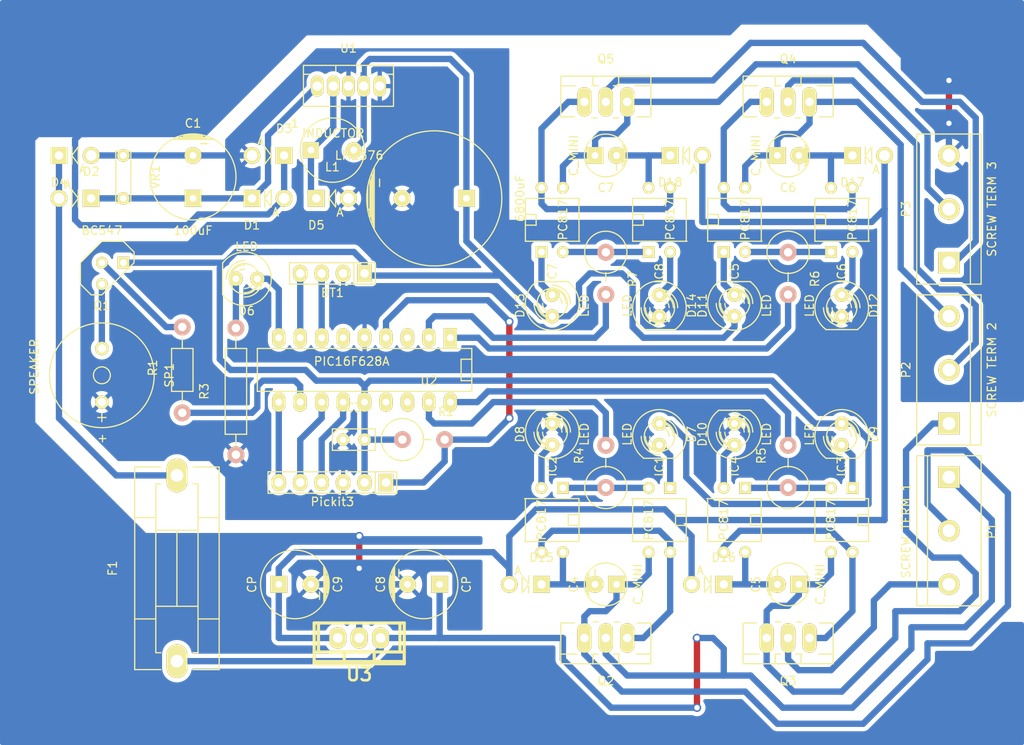
<source format=kicad_pcb>
(kicad_pcb (version 20221018) (generator pcbnew)
  (layers (0 "F.Cu" signal) (31 "B.Cu" signal) (34 "B.Paste" user) (35 "F.Paste" user) (36 "B.SilkS" user "B.Silkscreen") (37 "F.SilkS" user "F.Silkscreen") (38 "B.Mask" user) (39 "F.Mask" user) (44 "Edge.Cuts" user))
  (net 0 "")
  (net 1 "+5V")
  (net 2 "DGND")
  (net 3 "/P1_RX")
  (net 4 "/P1_TX")
  (net 5 "Net-(C1-Pad1)")
  (net 6 "/S0_O")
  (net 7 "Net-(C4-Pad2)")
  (net 8 "/S1_O")
  (net 9 "Net-(C5-Pad2)")
  (net 10 "/S2_O")
  (net 11 "Net-(C6-Pad2)")
  (net 12 "/S3_O")
  (net 13 "Net-(C7-Pad2)")
  (net 14 "/S0_I")
  (net 15 "AGND")
  (net 16 "+10V")
  (net 17 "Net-(D2-Pad1)")
  (net 18 "Net-(D5-Pad2)")
  (net 19 "/LED")
  (net 20 "Net-(D6-Pad2)")
  (net 21 "Net-(D7-Pad2)")
  (net 22 "Net-(D8-Pad1)")
  (net 23 "Net-(D9-Pad2)")
  (net 24 "Net-(D10-Pad1)")
  (net 25 "Net-(D11-Pad2)")
  (net 26 "Net-(D12-Pad1)")
  (net 27 "Net-(D13-Pad2)")
  (net 28 "Net-(D14-Pad1)")
  (net 29 "Net-(IC1-Pad2)")
  (net 30 "Net-(IC1-Pad4)")
  (net 31 "Net-(IC3-Pad2)")
  (net 32 "Net-(IC3-Pad4)")
  (net 33 "Net-(IC5-Pad2)")
  (net 34 "Net-(IC5-Pad4)")
  (net 35 "Net-(IC7-Pad2)")
  (net 36 "Net-(IC7-Pad4)")
  (net 37 "/S1_I")
  (net 38 "/S2_I")
  (net 39 "/S3_I")
  (net 40 "/PK3_1")
  (net 41 "/PK3_4")
  (net 42 "/PK3_5")
  (net 43 "/PK3_6")
  (net 44 "Net-(Q1-Pad2)")
  (net 45 "Net-(Q1-Pad3)")
  (net 46 "/BZR")
  (net 47 "/PWRSW")
  (net 48 "/CSW_1")
  (net 49 "/CSW_2")
  (net 50 "/CSW_3")
  (net 51 "Net-(U2-Pad3)")
  (net 52 "Net-(U2-Pad6)")
  (net 53 "Net-(U2-Pad15)")
  (net 54 "Net-(U2-Pad16)")
  (footprint "Capacitors_ThroughHole:Capacitor10x25RM2.5" (layer "F.Cu") (at 156.845 81.28)
    (fp_text reference "C1")
    (fp_text value "100uF")
  )
  (footprint "Capacitors_ThroughHole:Capacitor16x25RM7.5" (layer "F.Cu") (at 185.42 83.82 90)
    (fp_text reference "C2")
    (fp_text value "6800uF")
  )
  (footprint "Capacitors_ThroughHole:Capacitor8x13RM3.8" (layer "F.Cu") (at 184.15 129.54 90)
    (fp_text reference "C8")
    (fp_text value "CP")
  )
  (footprint "Capacitors_ThroughHole:Capacitor8x13RM3.8" (layer "F.Cu") (at 168.91 129.54 -90)
    (fp_text reference "C9")
    (fp_text value "CP")
  )
  (footprint "Diodes_ThroughHole:Diode_DO-41_SOD81_Vertical_AnodeUp" (layer "F.Cu") (at 163.83 83.82)
    (fp_text reference "D1")
    (fp_text value "DIODE" hide)
  )
  (footprint "Diodes_ThroughHole:Diode_DO-41_SOD81_Vertical_AnodeUp" (layer "F.Cu") (at 144.78 83.82 180)
    (fp_text reference "D2")
    (fp_text value "DIODE" hide)
  )
  (footprint "Diodes_ThroughHole:Diode_DO-41_SOD81_Vertical_AnodeUp" (layer "F.Cu") (at 167.64 78.74 180)
    (fp_text reference "D3")
    (fp_text value "DIODE" hide)
  )
  (footprint "Diodes_ThroughHole:Diode_DO-41_SOD81_Vertical_AnodeUp" (layer "F.Cu") (at 140.97 78.74)
    (fp_text reference "D4")
    (fp_text value "DIODE" hide)
  )
  (footprint "Diodes_ThroughHole:Diode_DO-41_SOD81_Vertical_AnodeUp" (layer "F.Cu") (at 171.45 83.82)
    (fp_text reference "D5")
    (fp_text value "DIODESCH" hide)
  )
  (footprint "Diodes_ThroughHole:Diode_DO-41_SOD81_Vertical_AnodeUp" (layer "F.Cu") (at 234.95 78.74)
    (fp_text reference "D17")
    (fp_text value "DIODE" hide)
  )
  (footprint "Diodes_ThroughHole:Diode_DO-41_SOD81_Vertical_AnodeUp" (layer "F.Cu") (at 213.36 78.74)
    (fp_text reference "D18")
    (fp_text value "DIODE" hide)
  )
  (footprint "Inductors:INDUCTOR_V" (layer "F.Cu") (at 173.355 78.105)
    (fp_text reference "L1")
    (fp_text value "INDUCTOR")
  )
  (footprint "Pentawatts:Pentawatt_Neutral_Straight_Vertical_TO220-5-T05A" (layer "F.Cu") (at 175.26 71.12)
    (fp_text reference "U1")
    (fp_text value "LM2576")
  )
  (footprint "Capacitors_ThroughHole:Capacitor6MMDiscRM5" (layer "F.Cu") (at 148.59 81.28 -90)
    (fp_text reference "VR1")
    (fp_text value "VR" hide)
  )
  (footprint "moje's kicad footprints:Sawatronix_screwterm3" (layer "F.Cu") (at 246.38 105.41 90)
    (fp_text reference "P2")
    (fp_text value "SCREW TERM 2")
  )
  (footprint "Fuse_Holders_and_Fuses:Fuseholder5x20_horiz_SemiClosed_Casing10x25mm" (layer "F.Cu") (at 154.94 127.635 90)
    (fp_text reference "F1")
    (fp_text value "1A" hide)
  )
  (footprint "moje's kicad footprints:Sawatronix_screwterm3" (layer "F.Cu") (at 246.38 121.92 -90)
    (fp_text reference "P1")
    (fp_text value "SCREW TERM 1")
  )
  (footprint "Resistors_ThroughHole:Resistor_Vertical_RM5mm" (layer "F.Cu") (at 205.74 115.57 90)
    (fp_text reference "R4")
    (fp_text value "R" hide)
  )
  (footprint "Resistors_ThroughHole:Resistor_Vertical_RM5mm" (layer "F.Cu") (at 227.33 115.57 90)
    (fp_text reference "R5")
    (fp_text value "R" hide)
  )
  (footprint "Resistors_ThroughHole:Resistor_Vertical_RM5mm" (layer "F.Cu") (at 227.33 92.71 -90)
    (fp_text reference "R6")
    (fp_text value "R" hide)
  )
  (footprint "Resistors_ThroughHole:Resistor_Vertical_RM5mm" (layer "F.Cu") (at 205.74 92.71 -90)
    (fp_text reference "R7")
    (fp_text value "R" hide)
  )
  (footprint "Transistors_TO-220:TO-220_FET-GDS_Vertical_LargePads" (layer "F.Cu") (at 205.74 72.39)
    (fp_text reference "Q5")
    (fp_text value "RFP50N06" hide)
  )
  (footprint "Transistors_TO-220:TO-220_FET-GDS_Vertical_LargePads" (layer "F.Cu") (at 227.33 72.39)
    (fp_text reference "Q4")
    (fp_text value "RFP50N06" hide)
  )
  (footprint "Transistors_TO-220:TO-220_FET-GDS_Vertical_LargePads" (layer "F.Cu") (at 227.33 135.89 180)
    (fp_text reference "Q3")
    (fp_text value "RFP50N06" hide)
  )
  (footprint "Transistors_TO-220:TO-220_FET-GDS_Vertical_LargePads" (layer "F.Cu") (at 205.74 135.89 180)
    (fp_text reference "Q2")
    (fp_text value "RFP50N06" hide)
  )
  (footprint "opto:DIP-4__300" (layer "F.Cu") (at 213.36 86.36)
    (fp_text reference "IC8")
    (fp_text value "PC817")
  )
  (footprint "opto:DIP-4__300" (layer "F.Cu") (at 200.66 86.36)
    (fp_text reference "IC7")
    (fp_text value "PC817")
  )
  (footprint "opto:DIP-4__300" (layer "F.Cu") (at 234.95 86.36)
    (fp_text reference "IC6")
    (fp_text value "PC817")
  )
  (footprint "opto:DIP-4__300" (layer "F.Cu") (at 222.25 86.36)
    (fp_text reference "IC5")
    (fp_text value "PC817")
  )
  (footprint "opto:DIP-4__300" (layer "F.Cu") (at 219.71 121.92 180)
    (fp_text reference "IC4")
    (fp_text value "PC817")
  )
  (footprint "opto:DIP-4__300" (layer "F.Cu") (at 232.41 121.92 180)
    (fp_text reference "IC3")
    (fp_text value "PC817")
  )
  (footprint "opto:DIP-4__300" (layer "F.Cu") (at 198.12 121.92 180)
    (fp_text reference "IC2")
    (fp_text value "PC817")
  )
  (footprint "opto:DIP-4__300" (layer "F.Cu") (at 210.82 121.92 180)
    (fp_text reference "IC1")
    (fp_text value "PC817")
  )
  (footprint "LEDs:LED-5MM" (layer "F.Cu") (at 212.09 96.52 -90)
    (fp_text reference "D14")
    (fp_text value "LED")
  )
  (footprint "LEDs:LED-5MM" (layer "F.Cu") (at 199.39 96.52 90)
    (fp_text reference "D13")
    (fp_text value "LED")
  )
  (footprint "LEDs:LED-5MM" (layer "F.Cu") (at 233.68 96.52 -90)
    (fp_text reference "D12")
    (fp_text value "LED")
  )
  (footprint "LEDs:LED-5MM" (layer "F.Cu") (at 220.98 96.52 90)
    (fp_text reference "D11")
    (fp_text value "LED")
  )
  (footprint "LEDs:LED-5MM" (layer "F.Cu") (at 220.98 111.76 90)
    (fp_text reference "D10")
    (fp_text value "LED")
  )
  (footprint "LEDs:LED-5MM" (layer "F.Cu") (at 233.68 111.76 -90)
    (fp_text reference "D9")
    (fp_text value "LED")
  )
  (footprint "LEDs:LED-5MM" (layer "F.Cu") (at 199.39 111.76 90)
    (fp_text reference "D8")
    (fp_text value "LED")
  )
  (footprint "LEDs:LED-5MM" (layer "F.Cu") (at 212.09 111.76 -90)
    (fp_text reference "D7")
    (fp_text value "LED")
  )
  (footprint "Capacitors_ThroughHole:Capacitor5x11RM2.5" (layer "F.Cu") (at 205.74 78.74 -90)
    (fp_text reference "C7")
    (fp_text value "C_MINI")
  )
  (footprint "Capacitors_ThroughHole:Capacitor5x11RM2.5" (layer "F.Cu") (at 227.33 78.74 -90)
    (fp_text reference "C6")
    (fp_text value "C_MINI")
  )
  (footprint "Capacitors_ThroughHole:Capacitor5x11RM2.5" (layer "F.Cu") (at 205.74 129.54 90)
    (fp_text reference "C4")
    (fp_text value "C_MINI")
  )
  (footprint "Capacitors_ThroughHole:Capacitor5x11RM2.5" (layer "F.Cu") (at 227.33 129.54 90)
    (fp_text reference "C5")
    (fp_text value "C_MINI")
  )
  (footprint "moje's kicad footprints:78XX" (layer "F.Cu") (at 176.53 135.89 180)
    (fp_text reference "U3")
    (fp_text value "LM7810" hide)
  )
  (footprint "Diodes_ThroughHole:Diode_DO-41_SOD81_Vertical_AnodeUp" (layer "F.Cu") (at 219.71 129.54 180)
    (fp_text reference "D16")
    (fp_text value "DIODE" hide)
  )
  (footprint "Diodes_ThroughHole:Diode_DO-41_SOD81_Vertical_AnodeUp" (layer "F.Cu") (at 198.12 129.54 180)
    (fp_text reference "D15")
    (fp_text value "DIODE" hide)
  )
  (footprint "Capacitors_ThroughHole:Capacitor3MMDiscRM2.5" (layer "F.Cu") (at 175.895 112.395)
    (fp_text reference "C3")
    (fp_text value "100nF" hide)
  )
  (footprint "Buzzers_Beepers:MagneticBuzzer_ProSignal_ABT-410-RC" (layer "F.Cu") (at 146.05 101.6 -90)
    (fp_text reference "SP1")
    (fp_text value "SPEAKER")
  )
  (footprint "Sockets_DIP:DIP-18__300_ELL" (layer "F.Cu") (at 177.165 104.14 180)
    (fp_text reference "U2")
    (fp_text value "PIC16F628A")
  )
  (footprint "Resistors_ThroughHole:Resistor_Horizontal_RM15mm" (layer "F.Cu") (at 161.925 106.68 90)
    (fp_text reference "R3")
    (fp_text value "1k" hide)
  )
  (footprint "Resistors_ThroughHole:Resistor_Vertical_RM5mm" (layer "F.Cu") (at 184.15 112.395)
    (fp_text reference "R2")
    (fp_text value "10k" hide)
  )
  (footprint "Resistors_ThroughHole:Resistor_Horizontal_RM10mm" (layer "F.Cu") (at 155.575 104.14 90)
    (fp_text reference "R1")
    (fp_text value "1k" hide)
  )
  (footprint "Discret:TO92" (layer "F.Cu") (at 147.32 92.71)
    (fp_text reference "Q1")
    (fp_text value "BC547")
  )
  (footprint "Pin_Headers:Pin_Header_Straight_1x06" (layer "F.Cu") (at 173.355 117.475 180)
    (fp_text reference "Pickit3")
    (fp_text value "CONN_6" hide)
  )
  (footprint "LEDs:LED-5MM" (layer "F.Cu") (at 163.195 93.345 180)
    (fp_text reference "D6")
    (fp_text value "LED")
  )
  (footprint "Pin_Headers:Pin_Header_Straight_1x04" (layer "F.Cu") (at 173.355 92.71 180)
    (fp_text reference "BT1")
    (fp_text value "CONN_4" hide)
  )
  (footprint "moje's kicad footprints:Sawatronix_screwterm3" (layer "F.Cu") (at 246.38 86.36 90)
    (fp_text reference "P3")
    (fp_text value "SCREW TERM 3")
  )
  (segment (start 213.36 110.49) (end 215.265 112.395) (width 0.75) (layer "B.Cu") (net 1))
  (segment (start 215.265 112.395) (end 215.265 116.84) (width 0.75) (layer "B.Cu") (net 1))
  (segment (start 215.265 116.84) (end 218.44 120.015) (width 0.75) (layer "B.Cu") (net 1))
  (segment (start 218.44 120.015) (end 236.855 120.015) (width 0.75) (layer "B.Cu") (net 1))
  (segment (start 236.855 120.015) (end 236.855 112.395) (width 0.75) (layer "B.Cu") (net 1))
  (segment (start 236.855 112.395) (end 234.95 110.49) (width 0.75) (layer "B.Cu") (net 1))
  (segment (start 234.95 110.49) (end 233.68 110.49) (width 0.75) (layer "B.Cu") (net 1))
  (segment (start 201.295 97.79) (end 202.565 96.52) (width 0.75) (layer "B.Cu") (net 1))
  (segment (start 202.565 96.52) (end 202.565 93.98) (width 0.75) (layer "B.Cu") (net 1))
  (segment (start 202.565 93.98) (end 203.835 92.71) (width 0.75) (layer "B.Cu") (net 1))
  (segment (start 203.835 92.71) (end 207.645 92.71) (width 0.75) (layer "B.Cu") (net 1))
  (segment (start 207.645 92.71) (end 208.915 93.98) (width 0.75) (layer "B.Cu") (net 1))
  (segment (start 208.915 93.98) (end 208.915 99.06) (width 0.75) (layer "B.Cu") (net 1))
  (segment (start 208.915 99.06) (end 210.185 100.33) (width 0.75) (layer "B.Cu") (net 1))
  (segment (start 210.185 100.33) (end 219.71 100.33) (width 0.75) (layer "B.Cu") (net 1))
  (segment (start 219.71 100.33) (end 220.98 99.06) (width 0.75) (layer "B.Cu") (net 1))
  (segment (start 220.98 99.06) (end 220.98 97.79) (width 0.75) (layer "B.Cu") (net 1))
  (segment (start 177.165 106.045) (end 177.8 105.41) (width 0.75) (layer "B.Cu") (net 1))
  (segment (start 177.8 105.41) (end 225.425 105.41) (width 0.75) (layer "B.Cu") (net 1))
  (segment (start 225.425 105.41) (end 230.505 110.49) (width 0.75) (layer "B.Cu") (net 1))
  (segment (start 230.505 110.49) (end 233.68 110.49) (width 0.75) (layer "B.Cu") (net 1))
  (segment (start 189.23 69.215) (end 187.325 67.31) (width 0.75) (layer "B.Cu") (net 1))
  (segment (start 187.325 67.31) (end 177.8 67.31) (width 0.75) (layer "B.Cu") (net 1))
  (segment (start 177.8 67.31) (end 177.06086 68.04914) (width 0.75) (layer "B.Cu") (net 1))
  (segment (start 177.06086 68.04914) (end 177.06086 70.52056) (width 0.75) (layer "B.Cu") (net 1))
  (segment (start 198.12 97.79) (end 193.294 92.964) (width 0.75) (layer "B.Cu") (net 1))
  (segment (start 189.23 88.9) (end 189.23 88.265) (width 0.75) (layer "B.Cu") (net 1))
  (segment (start 177.165 106.045) (end 176.53 105.41) (width 0.75) (layer "B.Cu") (net 1))
  (segment (start 176.53 105.41) (end 171.45 105.41) (width 0.75) (layer "B.Cu") (net 1))
  (segment (start 171.45 105.41) (end 170.18 104.14) (width 0.75) (layer "B.Cu") (net 1))
  (segment (start 170.18 104.14) (end 161.29 104.14) (width 0.75) (layer "B.Cu") (net 1))
  (segment (start 161.29 104.14) (end 160.02 102.87) (width 0.75) (layer "B.Cu") (net 1))
  (segment (start 160.02 102.87) (end 160.02 92.075) (width 0.75) (layer "B.Cu") (net 1))
  (segment (start 160.02 92.075) (end 160.782 91.313) (width 0.75) (layer "B.Cu") (net 1))
  (segment (start 161.925 90.17) (end 166.624 90.17) (width 0.75) (layer "B.Cu") (net 1))
  (segment (start 175.895 90.17) (end 177.165 91.44) (width 0.75) (layer "B.Cu") (net 1))
  (segment (start 177.165 91.44) (end 177.165 92.71) (width 0.75) (layer "B.Cu") (net 1))
  (segment (start 177.06086 76.93914) (end 175.895 78.105) (width 0.75) (layer "B.Cu") (net 1))
  (segment (start 189.23 88.265) (end 189.23 83.82) (width 0.75) (layer "B.Cu") (net 1))
  (segment (start 166.624 90.17) (end 175.895 90.17) (width 0.75) (layer "B.Cu") (net 1))
  (segment (start 193.294 92.964) (end 189.23 88.9) (width 0.75) (layer "B.Cu") (net 1))
  (segment (start 177.419 92.964) (end 177.165 92.71) (width 0.75) (layer "B.Cu") (net 1))
  (segment (start 160.655 91.44) (end 160.782 91.44) (width 0.75) (layer "B.Cu") (net 1))
  (segment (start 160.782 91.44) (end 160.782 91.313) (width 0.75) (layer "B.Cu") (net 1))
  (segment (start 160.782 91.313) (end 161.925 90.17) (width 0.75) (layer "B.Cu") (net 1))
  (segment (start 177.165 107.95) (end 177.165 112.395) (width 0.75) (layer "B.Cu") (net 1))
  (segment (start 193.294 92.964) (end 177.419 92.964) (width 0.75) (layer "B.Cu") (net 1))
  (segment (start 181.65064 112.395) (end 177.165 112.395) (width 0.75) (layer "B.Cu") (net 1))
  (segment (start 177.165 107.95) (end 177.165 106.045) (width 0.75) (layer "B.Cu") (net 1))
  (segment (start 177.165 112.395) (end 177.165 117.475) (width 0.75) (layer "B.Cu") (net 1))
  (segment (start 148.59 91.44) (end 160.655 91.44) (width 0.75) (layer "B.Cu") (net 1))
  (segment (start 212.09 110.49) (end 213.36 110.49) (width 0.75) (layer "B.Cu") (net 1))
  (segment (start 189.23 83.82) (end 189.23 69.215) (width 0.75) (layer "B.Cu") (net 1))
  (segment (start 177.06086 70.52056) (end 177.06086 76.93914) (width 0.75) (layer "B.Cu") (net 1))
  (segment (start 199.39 97.79) (end 201.295 97.79) (width 0.75) (layer "B.Cu") (net 1))
  (segment (start 199.39 97.79) (end 198.12 97.79) (width 0.75) (layer "B.Cu") (net 1))
  (segment (start 161.41 113.665) (end 161.925 114.18) (width 0.75) (layer "B.Cu") (net 2))
  (segment (start 163.83 78.74) (end 156.845 78.74) (width 0.75) (layer "B.Cu") (net 2))
  (segment (start 144.78 78.74) (end 148.59 78.74) (width 0.75) (layer "B.Cu") (net 2))
  (segment (start 148.59 78.74) (end 156.845 78.74) (width 0.75) (layer "B.Cu") (net 2))
  (segment (start 172.085 92.71) (end 172.085 100.33) (width 0.75) (layer "B.Cu") (net 3))
  (segment (start 169.545 92.71) (end 169.545 100.33) (width 0.75) (layer "B.Cu") (net 4))
  (segment (start 148.59 83.82) (end 156.845 83.82) (width 0.75) (layer "B.Cu") (net 5))
  (segment (start 156.845 83.82) (end 163.83 83.82) (width 0.75) (layer "B.Cu") (net 5))
  (segment (start 165.735 81.915) (end 165.735 76.34478) (width 0.75) (layer "B.Cu") (net 5))
  (segment (start 165.735 76.34478) (end 171.55922 70.52056) (width 0.75) (layer "B.Cu") (net 5))
  (segment (start 144.78 83.82) (end 148.59 83.82) (width 0.75) (layer "B.Cu") (net 5))
  (segment (start 163.83 83.82) (end 165.735 81.915) (width 0.75) (layer "B.Cu") (net 5))
  (segment (start 209.55 129.54) (end 210.82 128.27) (width 0.75) (layer "B.Cu") (net 6))
  (segment (start 210.82 128.27) (end 210.82 125.73) (width 0.75) (layer "B.Cu") (net 6))
  (segment (start 207.01 131.445) (end 205.74 132.715) (width 0.75) (layer "B.Cu") (net 6))
  (segment (start 205.74 132.715) (end 203.835 132.715) (width 0.75) (layer "B.Cu") (net 6))
  (segment (start 203.835 132.715) (end 203.2 133.35) (width 0.75) (layer "B.Cu") (net 6))
  (segment (start 203.2 133.35) (end 203.2 135.89) (width 0.75) (layer "B.Cu") (net 6))
  (segment (start 203.2 137.795) (end 207.645 142.24) (width 0.75) (layer "B.Cu") (net 6))
  (segment (start 207.645 142.24) (end 222.25 142.24) (width 0.75) (layer "B.Cu") (net 6))
  (segment (start 222.25 142.24) (end 226.06 146.05) (width 0.75) (layer "B.Cu") (net 6))
  (segment (start 226.06 146.05) (end 236.22 146.05) (width 0.75) (layer "B.Cu") (net 6))
  (segment (start 236.22 146.05) (end 243.84 138.43) (width 0.75) (layer "B.Cu") (net 6))
  (segment (start 243.84 138.43) (end 243.84 136.525) (width 0.75) (layer "B.Cu") (net 6))
  (segment (start 243.84 136.525) (end 248.92 136.525) (width 0.75) (layer "B.Cu") (net 6))
  (segment (start 248.92 136.525) (end 253.365 132.08) (width 0.75) (layer "B.Cu") (net 6))
  (segment (start 253.365 132.08) (end 253.365 118.745) (width 0.75) (layer "B.Cu") (net 6))
  (segment (start 253.365 118.745) (end 248.285 113.665) (width 0.75) (layer "B.Cu") (net 6))
  (segment (start 248.285 113.665) (end 243.84 113.665) (width 0.75) (layer "B.Cu") (net 6))
  (segment (start 243.84 113.665) (end 243.84 120.015) (width 0.75) (layer "B.Cu") (net 6))
  (segment (start 243.84 120.015) (end 246.38 122.555) (width 0.75) (layer "B.Cu") (net 6))
  (segment (start 246.38 122.555) (end 246.38 123.19) (width 0.75) (layer "B.Cu") (net 6))
  (segment (start 203.2 135.89) (end 203.2 137.795) (width 0.75) (layer "B.Cu") (net 6))
  (segment (start 207.01 129.54) (end 207.01 131.445) (width 0.75) (layer "B.Cu") (net 6))
  (segment (start 207.01 129.54) (end 209.55 129.54) (width 0.75) (layer "B.Cu") (net 6))
  (segment (start 200.66 129.54) (end 204.47 129.54) (width 0.75) (layer "B.Cu") (net 7))
  (segment (start 200.66 129.54) (end 200.66 125.73) (width 0.75) (layer "B.Cu") (net 7))
  (segment (start 198.12 129.54) (end 200.66 129.54) (width 0.75) (layer "B.Cu") (net 7))
  (segment (start 231.14 129.54) (end 232.41 128.27) (width 0.75) (layer "B.Cu") (net 8))
  (segment (start 232.41 128.27) (end 232.41 125.73) (width 0.75) (layer "B.Cu") (net 8))
  (segment (start 228.6 130.81) (end 227.33 132.08) (width 0.75) (layer "B.Cu") (net 8))
  (segment (start 227.33 132.08) (end 225.425 132.08) (width 0.75) (layer "B.Cu") (net 8))
  (segment (start 225.425 132.08) (end 224.79 132.715) (width 0.75) (layer "B.Cu") (net 8))
  (segment (start 224.79 132.715) (end 224.79 135.89) (width 0.75) (layer "B.Cu") (net 8))
  (segment (start 224.79 139.065) (end 227.965 142.24) (width 0.75) (layer "B.Cu") (net 8))
  (segment (start 227.965 142.24) (end 233.68 142.24) (width 0.75) (layer "B.Cu") (net 8))
  (segment (start 233.68 142.24) (end 240.03 135.89) (width 0.75) (layer "B.Cu") (net 8))
  (segment (start 240.03 135.89) (end 240.03 132.715) (width 0.75) (layer "B.Cu") (net 8))
  (segment (start 240.03 132.715) (end 246.38 132.715) (width 0.75) (layer "B.Cu") (net 8))
  (segment (start 246.38 132.715) (end 247.65 132.715) (width 0.75) (layer "B.Cu") (net 8))
  (segment (start 247.65 132.715) (end 249.555 130.81) (width 0.75) (layer "B.Cu") (net 8))
  (segment (start 249.555 130.81) (end 249.555 128.27) (width 0.75) (layer "B.Cu") (net 8))
  (segment (start 249.555 128.27) (end 247.65 126.365) (width 0.75) (layer "B.Cu") (net 8))
  (segment (start 247.65 126.365) (end 244.475 126.365) (width 0.75) (layer "B.Cu") (net 8))
  (segment (start 244.475 126.365) (end 241.3 123.19) (width 0.75) (layer "B.Cu") (net 8))
  (segment (start 241.3 123.19) (end 241.3 113.665) (width 0.75) (layer "B.Cu") (net 8))
  (segment (start 241.3 113.665) (end 244.475 110.49) (width 0.75) (layer "B.Cu") (net 8))
  (segment (start 244.475 110.49) (end 246.38 110.49) (width 0.75) (layer "B.Cu") (net 8))
  (segment (start 224.79 135.89) (end 224.79 139.065) (width 0.75) (layer "B.Cu") (net 8))
  (segment (start 228.6 129.54) (end 231.14 129.54) (width 0.75) (layer "B.Cu") (net 8))
  (segment (start 228.6 129.54) (end 228.6 130.81) (width 0.75) (layer "B.Cu") (net 8))
  (segment (start 222.25 129.54) (end 226.06 129.54) (width 0.75) (layer "B.Cu") (net 9))
  (segment (start 222.25 129.54) (end 222.25 125.73) (width 0.75) (layer "B.Cu") (net 9))
  (segment (start 219.71 129.54) (end 222.25 129.54) (width 0.75) (layer "B.Cu") (net 9))
  (segment (start 223.52 78.74) (end 222.25 80.01) (width 0.75) (layer "B.Cu") (net 10))
  (segment (start 222.25 80.01) (end 222.25 82.55) (width 0.75) (layer "B.Cu") (net 10))
  (segment (start 226.06 76.835) (end 226.695 76.2) (width 0.75) (layer "B.Cu") (net 10))
  (segment (start 226.695 76.2) (end 228.6 76.2) (width 0.75) (layer "B.Cu") (net 10))
  (segment (start 228.6 76.2) (end 229.87 74.93) (width 0.75) (layer "B.Cu") (net 10))
  (segment (start 229.87 74.93) (end 229.87 72.39) (width 0.75) (layer "B.Cu") (net 10))
  (segment (start 235.585 72.39) (end 240.665 77.47) (width 0.75) (layer "B.Cu") (net 10))
  (segment (start 240.665 77.47) (end 240.665 92.075) (width 0.75) (layer "B.Cu") (net 10))
  (segment (start 240.665 92.075) (end 246.38 97.79) (width 0.75) (layer "B.Cu") (net 10))
  (segment (start 226.06 78.74) (end 223.52 78.74) (width 0.75) (layer "B.Cu") (net 10))
  (segment (start 229.87 72.39) (end 235.585 72.39) (width 0.75) (layer "B.Cu") (net 10))
  (segment (start 226.06 78.74) (end 226.06 76.835) (width 0.75) (layer "B.Cu") (net 10))
  (segment (start 232.41 78.74) (end 234.95 78.74) (width 0.75) (layer "B.Cu") (net 11))
  (segment (start 232.41 78.74) (end 232.41 82.55) (width 0.75) (layer "B.Cu") (net 11))
  (segment (start 228.6 78.74) (end 232.41 78.74) (width 0.75) (layer "B.Cu") (net 11))
  (segment (start 201.93 78.74) (end 200.66 80.01) (width 0.75) (layer "B.Cu") (net 12))
  (segment (start 200.66 80.01) (end 200.66 82.55) (width 0.75) (layer "B.Cu") (net 12))
  (segment (start 204.47 76.835) (end 205.105 76.2) (width 0.75) (layer "B.Cu") (net 12))
  (segment (start 205.105 76.2) (end 207.01 76.2) (width 0.75) (layer "B.Cu") (net 12))
  (segment (start 207.01 76.2) (end 208.28 74.93) (width 0.75) (layer "B.Cu") (net 12))
  (segment (start 208.28 74.93) (end 208.28 72.39) (width 0.75) (layer "B.Cu") (net 12))
  (segment (start 219.075 72.39) (end 223.52 67.945) (width 0.75) (layer "B.Cu") (net 12))
  (segment (start 223.52 67.945) (end 235.585 67.945) (width 0.75) (layer "B.Cu") (net 12))
  (segment (start 235.585 67.945) (end 243.84 76.2) (width 0.75) (layer "B.Cu") (net 12))
  (segment (start 243.84 76.2) (end 243.84 82.55) (width 0.75) (layer "B.Cu") (net 12))
  (segment (start 243.84 82.55) (end 246.38 85.09) (width 0.75) (layer "B.Cu") (net 12))
  (segment (start 204.47 78.74) (end 201.93 78.74) (width 0.75) (layer "B.Cu") (net 12))
  (segment (start 204.47 78.74) (end 204.47 76.835) (width 0.75) (layer "B.Cu") (net 12))
  (segment (start 208.28 72.39) (end 219.075 72.39) (width 0.75) (layer "B.Cu") (net 12))
  (segment (start 210.82 78.74) (end 213.36 78.74) (width 0.75) (layer "B.Cu") (net 13))
  (segment (start 207.01 78.74) (end 210.82 78.74) (width 0.75) (layer "B.Cu") (net 13))
  (segment (start 210.82 78.74) (end 210.82 82.55) (width 0.75) (layer "B.Cu") (net 13))
  (segment (start 216.535 135.89) (end 216.535 144.145) (width 0.75) (layer "F.Cu") (net 14))
  (via (at 216.535 135.89) (size 1) (drill 0.635) (layers "F.Cu" "B.Cu") (net 14))
  (via (at 216.535 144.145) (size 1) (drill 0.635) (layers "F.Cu" "B.Cu") (net 14))
  (segment (start 247.015 116.84) (end 246.38 116.84) (width 0.75) (layer "B.Cu") (net 14))
  (segment (start 186.055 135.89) (end 186.055 129.54) (width 0.75) (layer "B.Cu") (net 14))
  (segment (start 177.59426 138.63574) (end 179.07 137.16) (width 0.75) (layer "B.Cu") (net 14))
  (segment (start 179.07 137.16) (end 179.07 135.89) (width 0.75) (layer "B.Cu") (net 14))
  (segment (start 205.74 137.795) (end 208.28 140.335) (width 0.75) (layer "B.Cu") (net 14))
  (segment (start 208.28 140.335) (end 219.71 140.335) (width 0.75) (layer "B.Cu") (net 14))
  (segment (start 222.885 140.335) (end 226.695 144.145) (width 0.75) (layer "B.Cu") (net 14))
  (segment (start 226.695 144.145) (end 234.95 144.145) (width 0.75) (layer "B.Cu") (net 14))
  (segment (start 234.95 144.145) (end 241.935 137.16) (width 0.75) (layer "B.Cu") (net 14))
  (segment (start 241.935 137.16) (end 241.935 134.62) (width 0.75) (layer "B.Cu") (net 14))
  (segment (start 241.935 134.62) (end 248.285 134.62) (width 0.75) (layer "B.Cu") (net 14))
  (segment (start 248.285 134.62) (end 251.46 131.445) (width 0.75) (layer "B.Cu") (net 14))
  (segment (start 251.46 131.445) (end 251.46 121.92) (width 0.75) (layer "B.Cu") (net 14))
  (segment (start 251.46 121.92) (end 246.38 116.84) (width 0.75) (layer "B.Cu") (net 14))
  (segment (start 219.71 140.335) (end 222.885 140.335) (width 0.75) (layer "B.Cu") (net 14))
  (segment (start 219.71 137.16) (end 218.44 135.89) (width 0.75) (layer "B.Cu") (net 14))
  (segment (start 218.44 135.89) (end 216.535 135.89) (width 0.75) (layer "B.Cu") (net 14))
  (segment (start 216.535 144.145) (end 206.375 144.145) (width 0.75) (layer "B.Cu") (net 14))
  (segment (start 206.375 144.145) (end 200.66 138.43) (width 0.75) (layer "B.Cu") (net 14))
  (segment (start 200.66 138.43) (end 200.66 135.89) (width 0.75) (layer "B.Cu") (net 14))
  (segment (start 200.66 135.89) (end 186.055 135.89) (width 0.75) (layer "B.Cu") (net 14))
  (segment (start 179.07 135.89) (end 186.055 135.89) (width 0.75) (layer "B.Cu") (net 14))
  (segment (start 154.94 138.63574) (end 177.59426 138.63574) (width 0.75) (layer "B.Cu") (net 14))
  (segment (start 219.71 140.335) (end 219.71 137.16) (width 0.75) (layer "B.Cu") (net 14))
  (segment (start 205.74 135.89) (end 205.74 137.795) (width 0.75) (layer "B.Cu") (net 14))
  (segment (start 246.38 74.93) (end 246.38 69.85) (width 0.75) (layer "F.Cu") (net 15))
  (segment (start 176.53 127.635) (end 176.53 123.825) (width 0.75) (layer "F.Cu") (net 15))
  (via (at 176.53 123.825) (size 1) (drill 0.635) (layers "F.Cu" "B.Cu") (net 15))
  (via (at 246.38 74.93) (size 1) (drill 0.635) (layers "F.Cu" "B.Cu") (net 15))
  (via (at 246.38 69.85) (size 1) (drill 0.635) (layers "F.Cu" "B.Cu") (net 15))
  (via (at 176.53 127.635) (size 1) (drill 0.635) (layers "F.Cu" "B.Cu") (net 15))
  (segment (start 176.53 129.54) (end 182.245 129.54) (width 0.75) (layer "B.Cu") (net 15))
  (segment (start 182.245 129.54) (end 170.815 129.54) (width 0.75) (layer "B.Cu") (net 15))
  (segment (start 246.38 69.85) (end 243.84 69.85) (width 0.75) (layer "B.Cu") (net 15))
  (segment (start 243.84 69.85) (end 236.855 62.865) (width 0.75) (layer "B.Cu") (net 15))
  (segment (start 236.855 62.865) (end 221.615 62.865) (width 0.75) (layer "B.Cu") (net 15))
  (segment (start 221.615 62.865) (end 220.345 64.135) (width 0.75) (layer "B.Cu") (net 15))
  (segment (start 220.345 64.135) (end 170.18 64.135) (width 0.75) (layer "B.Cu") (net 15))
  (segment (start 170.18 64.135) (end 158.115 76.2) (width 0.75) (layer "B.Cu") (net 15))
  (segment (start 158.115 76.2) (end 144.145 76.2) (width 0.75) (layer "B.Cu") (net 15))
  (segment (start 143.51 76.2) (end 142.875 76.835) (width 0.75) (layer "B.Cu") (net 15))
  (segment (start 142.875 76.835) (end 142.875 86.36) (width 0.75) (layer "B.Cu") (net 15))
  (segment (start 142.875 86.36) (end 143.51 86.995) (width 0.75) (layer "B.Cu") (net 15))
  (segment (start 143.51 86.995) (end 156.21 86.995) (width 0.75) (layer "B.Cu") (net 15))
  (segment (start 156.21 86.995) (end 157.48 85.725) (width 0.75) (layer "B.Cu") (net 15))
  (segment (start 157.48 85.725) (end 165.735 85.725) (width 0.75) (layer "B.Cu") (net 15))
  (segment (start 165.735 85.725) (end 167.64 83.82) (width 0.75) (layer "B.Cu") (net 15))
  (segment (start 176.53 123.825) (end 151.13 123.825) (width 0.75) (layer "B.Cu") (net 15))
  (segment (start 151.13 123.825) (end 137.795 110.49) (width 0.75) (layer "B.Cu") (net 15))
  (segment (start 137.795 110.49) (end 137.795 76.835) (width 0.75) (layer "B.Cu") (net 15))
  (segment (start 137.795 76.835) (end 138.43 76.2) (width 0.75) (layer "B.Cu") (net 15))
  (segment (start 138.43 76.2) (end 144.145 76.2) (width 0.75) (layer "B.Cu") (net 15))
  (segment (start 144.145 76.2) (end 143.51 76.2) (width 0.75) (layer "B.Cu") (net 15))
  (segment (start 167.64 78.74) (end 167.64 83.82) (width 0.75) (layer "B.Cu") (net 15))
  (segment (start 176.53 135.89) (end 176.53 129.54) (width 0.75) (layer "B.Cu") (net 15))
  (segment (start 176.53 129.54) (end 176.53 127.635) (width 0.75) (layer "B.Cu") (net 15))
  (segment (start 246.38 78.74) (end 246.38 74.93) (width 0.75) (layer "B.Cu") (net 15))
  (segment (start 238.76 85.09) (end 237.236 86.614) (width 0.75) (layer "B.Cu") (net 16))
  (segment (start 237.236 86.614) (end 217.17 86.614) (width 0.75) (layer "B.Cu") (net 16))
  (segment (start 217.17 86.614) (end 217.17 78.74) (width 0.75) (layer "B.Cu") (net 16))
  (segment (start 167.005 135.89) (end 167.005 129.54) (width 0.75) (layer "B.Cu") (net 16))
  (segment (start 167.005 127.635) (end 168.91 125.73) (width 0.75) (layer "B.Cu") (net 16))
  (segment (start 168.91 125.73) (end 192.405 125.73) (width 0.75) (layer "B.Cu") (net 16))
  (segment (start 192.405 125.73) (end 194.31 127.635) (width 0.75) (layer "B.Cu") (net 16))
  (segment (start 194.31 127.635) (end 194.31 129.54) (width 0.75) (layer "B.Cu") (net 16))
  (segment (start 194.31 123.825) (end 197.485 120.65) (width 0.75) (layer "B.Cu") (net 16))
  (segment (start 197.485 120.65) (end 212.725 120.65) (width 0.75) (layer "B.Cu") (net 16))
  (segment (start 212.725 120.65) (end 213.995 121.92) (width 0.75) (layer "B.Cu") (net 16))
  (segment (start 215.9 123.825) (end 215.9 129.54) (width 0.75) (layer "B.Cu") (net 16))
  (segment (start 238.76 121.92) (end 213.995 121.92) (width 0.75) (layer "B.Cu") (net 16))
  (segment (start 213.995 121.92) (end 215.9 123.825) (width 0.75) (layer "B.Cu") (net 16))
  (segment (start 194.31 129.54) (end 194.31 123.825) (width 0.75) (layer "B.Cu") (net 16))
  (segment (start 173.99 135.89) (end 167.005 135.89) (width 0.75) (layer "B.Cu") (net 16))
  (segment (start 238.76 85.09) (end 238.76 121.92) (width 0.75) (layer "B.Cu") (net 16))
  (segment (start 167.005 129.54) (end 167.005 127.635) (width 0.75) (layer "B.Cu") (net 16))
  (segment (start 238.76 78.74) (end 238.76 85.09) (width 0.75) (layer "B.Cu") (net 16))
  (segment (start 140.97 109.855) (end 147.74926 116.63426) (width 0.75) (layer "B.Cu") (net 17))
  (segment (start 147.74926 116.63426) (end 154.94 116.63426) (width 0.75) (layer "B.Cu") (net 17))
  (segment (start 140.97 78.74) (end 140.97 83.82) (width 0.75) (layer "B.Cu") (net 17))
  (segment (start 140.97 83.82) (end 140.97 109.855) (width 0.75) (layer "B.Cu") (net 17))
  (segment (start 173.45914 75.46086) (end 170.815 78.105) (width 0.75) (layer "B.Cu") (net 18))
  (segment (start 170.815 78.105) (end 170.815 83.185) (width 0.75) (layer "B.Cu") (net 18))
  (segment (start 170.815 83.185) (end 171.45 83.82) (width 0.75) (layer "B.Cu") (net 18))
  (segment (start 173.45914 70.52056) (end 173.45914 75.46086) (width 0.75) (layer "B.Cu") (net 18))
  (segment (start 165.735 93.345) (end 167.005 94.615) (width 0.75) (layer "B.Cu") (net 19))
  (segment (start 167.005 94.615) (end 167.005 100.33) (width 0.75) (layer "B.Cu") (net 19))
  (segment (start 164.465 93.345) (end 165.735 93.345) (width 0.75) (layer "B.Cu") (net 19))
  (segment (start 161.925 93.345) (end 161.925 99.18) (width 0.75) (layer "B.Cu") (net 20))
  (segment (start 213.36 114.3) (end 213.36 118.11) (width 0.75) (layer "B.Cu") (net 21))
  (segment (start 212.09 113.03) (end 213.36 114.3) (width 0.75) (layer "B.Cu") (net 21))
  (segment (start 198.12 114.3) (end 198.12 118.11) (width 0.75) (layer "B.Cu") (net 22))
  (segment (start 199.39 113.03) (end 198.12 114.3) (width 0.75) (layer "B.Cu") (net 22))
  (segment (start 234.95 114.3) (end 234.95 118.11) (width 0.75) (layer "B.Cu") (net 23))
  (segment (start 233.68 113.03) (end 234.95 114.3) (width 0.75) (layer "B.Cu") (net 23))
  (segment (start 219.71 114.3) (end 219.71 118.11) (width 0.75) (layer "B.Cu") (net 24))
  (segment (start 220.98 113.03) (end 219.71 114.3) (width 0.75) (layer "B.Cu") (net 24))
  (segment (start 219.71 93.98) (end 219.71 90.17) (width 0.75) (layer "B.Cu") (net 25))
  (segment (start 220.98 95.25) (end 219.71 93.98) (width 0.75) (layer "B.Cu") (net 25))
  (segment (start 234.95 93.98) (end 234.95 90.17) (width 0.75) (layer "B.Cu") (net 26))
  (segment (start 233.68 95.25) (end 234.95 93.98) (width 0.75) (layer "B.Cu") (net 26))
  (segment (start 198.12 93.98) (end 198.12 90.17) (width 0.75) (layer "B.Cu") (net 27))
  (segment (start 199.39 95.25) (end 198.12 93.98) (width 0.75) (layer "B.Cu") (net 27))
  (segment (start 213.36 93.98) (end 213.36 90.17) (width 0.75) (layer "B.Cu") (net 28))
  (segment (start 212.09 95.25) (end 213.36 93.98) (width 0.75) (layer "B.Cu") (net 28))
  (segment (start 205.69936 118.11) (end 210.82 118.11) (width 0.75) (layer "B.Cu") (net 29))
  (segment (start 200.66 118.11) (end 205.69936 118.11) (width 0.75) (layer "B.Cu") (net 29))
  (segment (start 210.185 135.89) (end 213.36 132.715) (width 0.75) (layer "B.Cu") (net 30))
  (segment (start 213.36 132.715) (end 213.36 125.73) (width 0.75) (layer "B.Cu") (net 30))
  (segment (start 213.36 124.46) (end 212.09 123.19) (width 0.75) (layer "B.Cu") (net 30))
  (segment (start 212.09 123.19) (end 199.39 123.19) (width 0.75) (layer "B.Cu") (net 30))
  (segment (start 199.39 123.19) (end 198.12 124.46) (width 0.75) (layer "B.Cu") (net 30))
  (segment (start 198.12 124.46) (end 198.12 125.73) (width 0.75) (layer "B.Cu") (net 30))
  (segment (start 213.36 125.73) (end 213.36 124.46) (width 0.75) (layer "B.Cu") (net 30))
  (segment (start 208.28 135.89) (end 210.185 135.89) (width 0.75) (layer "B.Cu") (net 30))
  (segment (start 227.28936 118.11) (end 232.41 118.11) (width 0.75) (layer "B.Cu") (net 31))
  (segment (start 222.25 118.11) (end 227.28936 118.11) (width 0.75) (layer "B.Cu") (net 31))
  (segment (start 231.775 135.89) (end 234.95 132.715) (width 0.75) (layer "B.Cu") (net 32))
  (segment (start 234.95 132.715) (end 234.95 125.73) (width 0.75) (layer "B.Cu") (net 32))
  (segment (start 219.71 125.095) (end 221.615 123.19) (width 0.75) (layer "B.Cu") (net 32))
  (segment (start 221.615 123.19) (end 232.41 123.19) (width 0.75) (layer "B.Cu") (net 32))
  (segment (start 232.41 123.19) (end 234.95 125.73) (width 0.75) (layer "B.Cu") (net 32))
  (segment (start 219.71 125.73) (end 219.71 125.095) (width 0.75) (layer "B.Cu") (net 32))
  (segment (start 229.87 135.89) (end 231.775 135.89) (width 0.75) (layer "B.Cu") (net 32))
  (segment (start 227.28936 90.17) (end 232.41 90.17) (width 0.75) (layer "B.Cu") (net 33))
  (segment (start 222.25 90.17) (end 227.28936 90.17) (width 0.75) (layer "B.Cu") (net 33))
  (segment (start 222.885 72.39) (end 219.71 75.565) (width 0.75) (layer "B.Cu") (net 34))
  (segment (start 219.71 75.565) (end 219.71 82.55) (width 0.75) (layer "B.Cu") (net 34))
  (segment (start 219.71 84.455) (end 220.345 85.09) (width 0.75) (layer "B.Cu") (net 34))
  (segment (start 220.345 85.09) (end 234.315 85.09) (width 0.75) (layer "B.Cu") (net 34))
  (segment (start 234.315 85.09) (end 234.95 84.455) (width 0.75) (layer "B.Cu") (net 34))
  (segment (start 234.95 84.455) (end 234.95 82.55) (width 0.75) (layer "B.Cu") (net 34))
  (segment (start 224.79 72.39) (end 222.885 72.39) (width 0.75) (layer "B.Cu") (net 34))
  (segment (start 219.71 82.55) (end 219.71 84.455) (width 0.75) (layer "B.Cu") (net 34))
  (segment (start 205.69936 90.17) (end 210.82 90.17) (width 0.75) (layer "B.Cu") (net 35))
  (segment (start 200.66 90.17) (end 205.69936 90.17) (width 0.75) (layer "B.Cu") (net 35))
  (segment (start 201.295 72.39) (end 198.12 75.565) (width 0.75) (layer "B.Cu") (net 36))
  (segment (start 198.12 75.565) (end 198.12 82.55) (width 0.75) (layer "B.Cu") (net 36))
  (segment (start 198.12 84.455) (end 198.755 85.09) (width 0.75) (layer "B.Cu") (net 36))
  (segment (start 198.755 85.09) (end 212.725 85.09) (width 0.75) (layer "B.Cu") (net 36))
  (segment (start 212.725 85.09) (end 213.36 84.455) (width 0.75) (layer "B.Cu") (net 36))
  (segment (start 213.36 84.455) (end 213.36 82.55) (width 0.75) (layer "B.Cu") (net 36))
  (segment (start 198.12 82.55) (end 198.12 84.455) (width 0.75) (layer "B.Cu") (net 36))
  (segment (start 203.2 72.39) (end 201.295 72.39) (width 0.75) (layer "B.Cu") (net 36))
  (segment (start 227.33 138.43) (end 228.6 139.7) (width 0.75) (layer "B.Cu") (net 37))
  (segment (start 228.6 139.7) (end 232.41 139.7) (width 0.75) (layer "B.Cu") (net 37))
  (segment (start 232.41 139.7) (end 237.49 134.62) (width 0.75) (layer "B.Cu") (net 37))
  (segment (start 237.49 134.62) (end 237.49 131.445) (width 0.75) (layer "B.Cu") (net 37))
  (segment (start 237.49 131.445) (end 239.395 129.54) (width 0.75) (layer "B.Cu") (net 37))
  (segment (start 239.395 129.54) (end 246.38 129.54) (width 0.75) (layer "B.Cu") (net 37))
  (segment (start 246.38 129.54) (end 247.015 129.54) (width 0.75) (layer "B.Cu") (net 37))
  (segment (start 227.33 135.89) (end 227.33 138.43) (width 0.75) (layer "B.Cu") (net 37))
  (segment (start 249.555 100.965) (end 249.555 96.52) (width 0.75) (layer "B.Cu") (net 38))
  (segment (start 249.555 96.52) (end 247.65 94.615) (width 0.75) (layer "B.Cu") (net 38))
  (segment (start 247.65 94.615) (end 245.11 94.615) (width 0.75) (layer "B.Cu") (net 38))
  (segment (start 245.11 94.615) (end 242.57 92.075) (width 0.75) (layer "B.Cu") (net 38))
  (segment (start 242.57 92.075) (end 242.57 77.47) (width 0.75) (layer "B.Cu") (net 38))
  (segment (start 242.57 77.47) (end 234.95 69.85) (width 0.75) (layer "B.Cu") (net 38))
  (segment (start 234.95 69.85) (end 227.965 69.85) (width 0.75) (layer "B.Cu") (net 38))
  (segment (start 227.965 69.85) (end 227.33 70.485) (width 0.75) (layer "B.Cu") (net 38))
  (segment (start 227.33 70.485) (end 227.33 72.39) (width 0.75) (layer "B.Cu") (net 38))
  (segment (start 246.38 104.14) (end 249.555 100.965) (width 0.75) (layer "B.Cu") (net 38))
  (segment (start 205.74 71.12) (end 207.01 69.85) (width 0.75) (layer "B.Cu") (net 39))
  (segment (start 207.01 69.85) (end 218.44 69.85) (width 0.75) (layer "B.Cu") (net 39))
  (segment (start 218.44 69.85) (end 222.885 65.405) (width 0.75) (layer "B.Cu") (net 39))
  (segment (start 222.885 65.405) (end 236.22 65.405) (width 0.75) (layer "B.Cu") (net 39))
  (segment (start 236.22 65.405) (end 243.205 72.39) (width 0.75) (layer "B.Cu") (net 39))
  (segment (start 243.205 72.39) (end 247.65 72.39) (width 0.75) (layer "B.Cu") (net 39))
  (segment (start 247.65 72.39) (end 249.555 74.295) (width 0.75) (layer "B.Cu") (net 39))
  (segment (start 249.555 74.295) (end 249.555 88.9) (width 0.75) (layer "B.Cu") (net 39))
  (segment (start 249.555 88.9) (end 247.015 91.44) (width 0.75) (layer "B.Cu") (net 39))
  (segment (start 247.015 91.44) (end 246.38 91.44) (width 0.75) (layer "B.Cu") (net 39))
  (segment (start 205.74 72.39) (end 205.74 71.12) (width 0.75) (layer "B.Cu") (net 39))
  (segment (start 194.31 109.855) (end 194.31 98.425) (width 0.75) (layer "F.Cu") (net 40))
  (via (at 194.31 109.855) (size 1) (drill 0.635) (layers "F.Cu" "B.Cu") (net 40))
  (via (at 194.31 98.425) (size 1) (drill 0.635) (layers "F.Cu" "B.Cu") (net 40))
  (segment (start 186.6519 114.9731) (end 184.15 117.475) (width 0.75) (layer "B.Cu") (net 40))
  (segment (start 184.15 117.475) (end 179.705 117.475) (width 0.75) (layer "B.Cu") (net 40))
  (segment (start 191.77 112.395) (end 194.31 109.855) (width 0.75) (layer "B.Cu") (net 40))
  (segment (start 194.31 98.425) (end 191.77 95.885) (width 0.75) (layer "B.Cu") (net 40))
  (segment (start 191.77 95.885) (end 182.245 95.885) (width 0.75) (layer "B.Cu") (net 40))
  (segment (start 182.245 95.885) (end 179.705 98.425) (width 0.75) (layer "B.Cu") (net 40))
  (segment (start 179.705 98.425) (end 179.705 100.33) (width 0.75) (layer "B.Cu") (net 40))
  (segment (start 186.6519 112.395) (end 186.6519 114.9731) (width 0.75) (layer "B.Cu") (net 40))
  (segment (start 179.705 117.475) (end 179.705 118.11) (width 0.75) (layer "B.Cu") (net 40))
  (segment (start 186.6519 112.395) (end 191.77 112.395) (width 0.75) (layer "B.Cu") (net 40))
  (segment (start 174.625 109.855) (end 172.085 112.395) (width 0.75) (layer "B.Cu") (net 41))
  (segment (start 172.085 112.395) (end 172.085 117.475) (width 0.75) (layer "B.Cu") (net 41))
  (segment (start 174.625 107.95) (end 174.625 109.855) (width 0.75) (layer "B.Cu") (net 41))
  (segment (start 172.085 109.855) (end 169.545 112.395) (width 0.75) (layer "B.Cu") (net 42))
  (segment (start 169.545 112.395) (end 169.545 117.475) (width 0.75) (layer "B.Cu") (net 42))
  (segment (start 172.085 107.95) (end 172.085 109.855) (width 0.75) (layer "B.Cu") (net 42))
  (segment (start 167.005 107.95) (end 167.005 117.475) (width 0.75) (layer "B.Cu") (net 43))
  (segment (start 153.67 99.06) (end 155.575 99.06) (width 0.75) (layer "B.Cu") (net 44))
  (segment (start 146.05 91.44) (end 153.67 99.06) (width 0.75) (layer "B.Cu") (net 44))
  (segment (start 146.05 93.98) (end 146.05 101.6) (width 0.75) (layer "B.Cu") (net 45))
  (segment (start 169.545 106.045) (end 168.91 105.41) (width 0.75) (layer "B.Cu") (net 46))
  (segment (start 168.91 105.41) (end 165.1 105.41) (width 0.75) (layer "B.Cu") (net 46))
  (segment (start 165.1 105.41) (end 164.465 106.045) (width 0.75) (layer "B.Cu") (net 46))
  (segment (start 164.465 106.045) (end 164.465 108.585) (width 0.75) (layer "B.Cu") (net 46))
  (segment (start 164.465 108.585) (end 163.83 109.22) (width 0.75) (layer "B.Cu") (net 46))
  (segment (start 163.83 109.22) (end 155.575 109.22) (width 0.75) (layer "B.Cu") (net 46))
  (segment (start 169.545 107.95) (end 169.545 106.045) (width 0.75) (layer "B.Cu") (net 46))
  (segment (start 169.545 107.95) (end 169.545 107.315) (width 0.75) (layer "B.Cu") (net 46))
  (segment (start 205.74 109.22) (end 204.47 107.95) (width 0.75) (layer "B.Cu") (net 47))
  (segment (start 204.47 107.95) (end 192.405 107.95) (width 0.75) (layer "B.Cu") (net 47))
  (segment (start 192.405 107.95) (end 189.865 110.49) (width 0.75) (layer "B.Cu") (net 47))
  (segment (start 189.865 110.49) (end 185.42 110.49) (width 0.75) (layer "B.Cu") (net 47))
  (segment (start 185.42 110.49) (end 184.785 109.855) (width 0.75) (layer "B.Cu") (net 47))
  (segment (start 184.785 109.855) (end 184.785 107.95) (width 0.75) (layer "B.Cu") (net 47))
  (segment (start 205.74 113.0681) (end 205.74 109.22) (width 0.75) (layer "B.Cu") (net 47))
  (segment (start 227.33 109.22) (end 224.79 106.68) (width 0.75) (layer "B.Cu") (net 48))
  (segment (start 224.79 106.68) (end 191.77 106.68) (width 0.75) (layer "B.Cu") (net 48))
  (segment (start 191.77 106.68) (end 190.5 107.95) (width 0.75) (layer "B.Cu") (net 48))
  (segment (start 190.5 107.95) (end 187.325 107.95) (width 0.75) (layer "B.Cu") (net 48))
  (segment (start 227.33 113.0681) (end 227.33 109.22) (width 0.75) (layer "B.Cu") (net 48))
  (segment (start 227.33 99.06) (end 224.79 101.6) (width 0.75) (layer "B.Cu") (net 49))
  (segment (start 224.79 101.6) (end 191.90723 101.6) (width 0.75) (layer "B.Cu") (net 49))
  (segment (start 191.90723 101.6) (end 190.63723 100.33) (width 0.75) (layer "B.Cu") (net 49))
  (segment (start 190.63723 100.33) (end 187.325 100.33) (width 0.75) (layer "B.Cu") (net 49))
  (segment (start 227.33 95.2119) (end 227.33 99.06) (width 0.75) (layer "B.Cu") (net 49))
  (segment (start 205.74 99.06) (end 204.47 100.33) (width 0.75) (layer "B.Cu") (net 50))
  (segment (start 204.47 100.33) (end 192.405 100.33) (width 0.75) (layer "B.Cu") (net 50))
  (segment (start 192.405 100.33) (end 189.865 97.79) (width 0.75) (layer "B.Cu") (net 50))
  (segment (start 189.865 97.79) (end 185.42 97.79) (width 0.75) (layer "B.Cu") (net 50))
  (segment (start 185.42 97.79) (end 184.785 98.425) (width 0.75) (layer "B.Cu") (net 50))
  (segment (start 184.785 98.425) (end 184.785 100.33) (width 0.75) (layer "B.Cu") (net 50))
  (segment (start 205.74 95.2119) (end 205.74 99.06) (width 0.75) (layer "B.Cu") (net 50))
  (zone (net 2) (net_name "DGND") (layer "B.Cu") (connect_pads (clearance 0.508)) (min_thickness 0.254) (fill yes (thermal_gap 0.508) (thermal_bridge_width 0.508))
    (polygon (pts (xy 238.76 121.92) (xy 160.655 121.92) (xy 160.655 116.84) (xy 158.75 114.935) (xy 147.955 114.935) (xy 143.51 110.49) (xy 143.51 91.44) (xy 146.05 88.9) (xy 156.21 88.9) (xy 160.655 84.455) (xy 160.655 76.835) (xy 171.45 66.04) (xy 194.31 66.04) (xy 194.31 86.36) (xy 238.76 86.36)))
  )
  (zone (net 15) (net_name "AGND") (layer "B.Cu") (connect_pads (clearance 0.508)) (min_thickness 0.5) (fill yes (thermal_gap 0.75) (thermal_bridge_width 0.508))
    (polygon (pts (xy 240.665 107.95) (xy 255.27 107.95) (xy 255.27 60.325) (xy 133.985 60.325) (xy 133.985 148.59) (xy 160.655 148.59) (xy 255.27 148.59) (xy 255.27 133.985) (xy 240.03 133.985) (xy 240.03 136.525) (xy 233.68 142.24) (xy 224.155 142.24) (xy 222.885 140.335) (xy 208.28 140.335) (xy 205.105 137.16) (xy 205.105 135.89) (xy 200.025 135.89) (xy 191.135 135.89) (xy 191.135 123.825) (xy 151.13 123.825) (xy 137.795 110.49) (xy 137.795 76.835) (xy 138.43 76.2) (xy 158.115 76.2) (xy 170.18 64.135) (xy 220.345 64.135) (xy 221.615 62.865) (xy 236.855 62.865) (xy 240.665 66.675)))
  )
)
</source>
